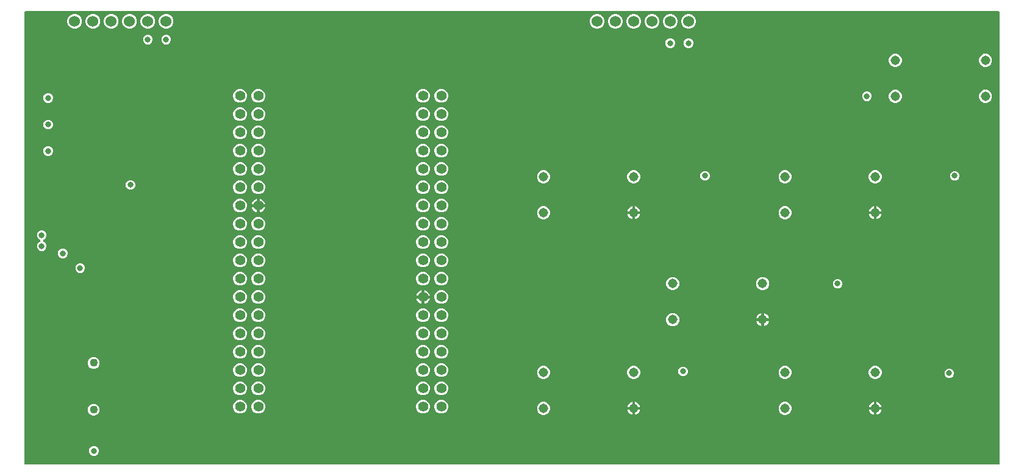
<source format=gbr>
G04 EAGLE Gerber X2 export*
%TF.Part,Single*%
%TF.FileFunction,Copper,L2,Inr,Mixed*%
%TF.FilePolarity,Positive*%
%TF.GenerationSoftware,Autodesk,EAGLE,8.7.1*%
%TF.CreationDate,2018-04-20T19:54:14Z*%
G75*
%MOMM*%
%FSLAX34Y34*%
%LPD*%
%AMOC8*
5,1,8,0,0,1.08239X$1,22.5*%
G01*
%ADD10C,1.308000*%
%ADD11C,1.524000*%
%ADD12C,1.397000*%
%ADD13C,1.108000*%
%ADD14C,0.812800*%

G36*
X1595821Y2548D02*
X1595821Y2548D01*
X1595888Y2545D01*
X1596015Y2567D01*
X1596143Y2581D01*
X1596206Y2601D01*
X1596272Y2612D01*
X1596391Y2660D01*
X1596514Y2699D01*
X1596572Y2731D01*
X1596634Y2756D01*
X1596741Y2827D01*
X1596854Y2890D01*
X1596904Y2934D01*
X1596960Y2970D01*
X1597051Y3061D01*
X1597148Y3146D01*
X1597188Y3199D01*
X1597235Y3246D01*
X1597305Y3354D01*
X1597383Y3457D01*
X1597411Y3517D01*
X1597448Y3573D01*
X1597495Y3693D01*
X1597550Y3809D01*
X1597566Y3874D01*
X1597590Y3936D01*
X1597602Y4022D01*
X1597642Y4188D01*
X1597647Y4358D01*
X1597659Y4445D01*
X1597659Y630555D01*
X1597652Y630621D01*
X1597655Y630688D01*
X1597633Y630815D01*
X1597619Y630943D01*
X1597599Y631006D01*
X1597588Y631072D01*
X1597540Y631191D01*
X1597501Y631314D01*
X1597469Y631372D01*
X1597444Y631434D01*
X1597373Y631541D01*
X1597310Y631654D01*
X1597266Y631704D01*
X1597230Y631760D01*
X1597139Y631851D01*
X1597054Y631948D01*
X1597001Y631988D01*
X1596954Y632035D01*
X1596846Y632105D01*
X1596743Y632183D01*
X1596683Y632211D01*
X1596627Y632248D01*
X1596507Y632295D01*
X1596391Y632350D01*
X1596326Y632366D01*
X1596264Y632390D01*
X1596178Y632402D01*
X1596012Y632442D01*
X1595842Y632447D01*
X1595755Y632459D01*
X245745Y632459D01*
X245679Y632452D01*
X245612Y632455D01*
X245485Y632433D01*
X245357Y632419D01*
X245294Y632399D01*
X245228Y632388D01*
X245109Y632340D01*
X244986Y632301D01*
X244928Y632269D01*
X244866Y632244D01*
X244759Y632173D01*
X244646Y632110D01*
X244596Y632066D01*
X244540Y632030D01*
X244449Y631939D01*
X244352Y631854D01*
X244312Y631801D01*
X244265Y631754D01*
X244195Y631646D01*
X244117Y631543D01*
X244089Y631483D01*
X244052Y631427D01*
X244005Y631307D01*
X243950Y631191D01*
X243934Y631126D01*
X243910Y631064D01*
X243898Y630978D01*
X243858Y630812D01*
X243853Y630642D01*
X243841Y630555D01*
X243841Y4445D01*
X243848Y4379D01*
X243845Y4312D01*
X243867Y4185D01*
X243881Y4057D01*
X243901Y3994D01*
X243912Y3928D01*
X243960Y3809D01*
X243999Y3686D01*
X244031Y3628D01*
X244056Y3566D01*
X244127Y3459D01*
X244190Y3346D01*
X244234Y3296D01*
X244270Y3240D01*
X244361Y3149D01*
X244446Y3052D01*
X244499Y3012D01*
X244546Y2965D01*
X244654Y2895D01*
X244757Y2817D01*
X244817Y2789D01*
X244873Y2752D01*
X244993Y2705D01*
X245109Y2650D01*
X245174Y2634D01*
X245236Y2610D01*
X245322Y2598D01*
X245488Y2558D01*
X245658Y2553D01*
X245745Y2541D01*
X1595755Y2541D01*
X1595821Y2548D01*
G37*
%LPC*%
G36*
X1036839Y608329D02*
X1036839Y608329D01*
X1033104Y609876D01*
X1030246Y612734D01*
X1028699Y616469D01*
X1028699Y620511D01*
X1030246Y624246D01*
X1033104Y627104D01*
X1036839Y628651D01*
X1040881Y628651D01*
X1044616Y627104D01*
X1047474Y624246D01*
X1049021Y620511D01*
X1049021Y616469D01*
X1047474Y612734D01*
X1044616Y609876D01*
X1040881Y608329D01*
X1036839Y608329D01*
G37*
%LPD*%
%LPC*%
G36*
X438669Y608329D02*
X438669Y608329D01*
X434934Y609876D01*
X432076Y612734D01*
X430529Y616469D01*
X430529Y620511D01*
X432076Y624246D01*
X434934Y627104D01*
X438669Y628651D01*
X442711Y628651D01*
X446446Y627104D01*
X449304Y624246D01*
X450851Y620511D01*
X450851Y616469D01*
X449304Y612734D01*
X446446Y609876D01*
X442711Y608329D01*
X438669Y608329D01*
G37*
%LPD*%
%LPC*%
G36*
X1163839Y608329D02*
X1163839Y608329D01*
X1160104Y609876D01*
X1157246Y612734D01*
X1155699Y616469D01*
X1155699Y620511D01*
X1157246Y624246D01*
X1160104Y627104D01*
X1163839Y628651D01*
X1167881Y628651D01*
X1171616Y627104D01*
X1174474Y624246D01*
X1176021Y620511D01*
X1176021Y616469D01*
X1174474Y612734D01*
X1171616Y609876D01*
X1167881Y608329D01*
X1163839Y608329D01*
G37*
%LPD*%
%LPC*%
G36*
X1138439Y608329D02*
X1138439Y608329D01*
X1134704Y609876D01*
X1131846Y612734D01*
X1130299Y616469D01*
X1130299Y620511D01*
X1131846Y624246D01*
X1134704Y627104D01*
X1138439Y628651D01*
X1142481Y628651D01*
X1146216Y627104D01*
X1149074Y624246D01*
X1150621Y620511D01*
X1150621Y616469D01*
X1149074Y612734D01*
X1146216Y609876D01*
X1142481Y608329D01*
X1138439Y608329D01*
G37*
%LPD*%
%LPC*%
G36*
X1113039Y608329D02*
X1113039Y608329D01*
X1109304Y609876D01*
X1106446Y612734D01*
X1104899Y616469D01*
X1104899Y620511D01*
X1106446Y624246D01*
X1109304Y627104D01*
X1113039Y628651D01*
X1117081Y628651D01*
X1120816Y627104D01*
X1123674Y624246D01*
X1125221Y620511D01*
X1125221Y616469D01*
X1123674Y612734D01*
X1120816Y609876D01*
X1117081Y608329D01*
X1113039Y608329D01*
G37*
%LPD*%
%LPC*%
G36*
X1087639Y608329D02*
X1087639Y608329D01*
X1083904Y609876D01*
X1081046Y612734D01*
X1079499Y616469D01*
X1079499Y620511D01*
X1081046Y624246D01*
X1083904Y627104D01*
X1087639Y628651D01*
X1091681Y628651D01*
X1095416Y627104D01*
X1098274Y624246D01*
X1099821Y620511D01*
X1099821Y616469D01*
X1098274Y612734D01*
X1095416Y609876D01*
X1091681Y608329D01*
X1087639Y608329D01*
G37*
%LPD*%
%LPC*%
G36*
X1062239Y608329D02*
X1062239Y608329D01*
X1058504Y609876D01*
X1055646Y612734D01*
X1054099Y616469D01*
X1054099Y620511D01*
X1055646Y624246D01*
X1058504Y627104D01*
X1062239Y628651D01*
X1066281Y628651D01*
X1070016Y627104D01*
X1072874Y624246D01*
X1074421Y620511D01*
X1074421Y616469D01*
X1072874Y612734D01*
X1070016Y609876D01*
X1066281Y608329D01*
X1062239Y608329D01*
G37*
%LPD*%
%LPC*%
G36*
X337069Y608329D02*
X337069Y608329D01*
X333334Y609876D01*
X330476Y612734D01*
X328929Y616469D01*
X328929Y620511D01*
X330476Y624246D01*
X333334Y627104D01*
X337069Y628651D01*
X341111Y628651D01*
X344846Y627104D01*
X347704Y624246D01*
X349251Y620511D01*
X349251Y616469D01*
X347704Y612734D01*
X344846Y609876D01*
X341111Y608329D01*
X337069Y608329D01*
G37*
%LPD*%
%LPC*%
G36*
X311669Y608329D02*
X311669Y608329D01*
X307934Y609876D01*
X305076Y612734D01*
X303529Y616469D01*
X303529Y620511D01*
X305076Y624246D01*
X307934Y627104D01*
X311669Y628651D01*
X315711Y628651D01*
X319446Y627104D01*
X322304Y624246D01*
X323851Y620511D01*
X323851Y616469D01*
X322304Y612734D01*
X319446Y609876D01*
X315711Y608329D01*
X311669Y608329D01*
G37*
%LPD*%
%LPC*%
G36*
X413269Y608329D02*
X413269Y608329D01*
X409534Y609876D01*
X406676Y612734D01*
X405129Y616469D01*
X405129Y620511D01*
X406676Y624246D01*
X409534Y627104D01*
X413269Y628651D01*
X417311Y628651D01*
X421046Y627104D01*
X423904Y624246D01*
X425451Y620511D01*
X425451Y616469D01*
X423904Y612734D01*
X421046Y609876D01*
X417311Y608329D01*
X413269Y608329D01*
G37*
%LPD*%
%LPC*%
G36*
X387869Y608329D02*
X387869Y608329D01*
X384134Y609876D01*
X381276Y612734D01*
X379729Y616469D01*
X379729Y620511D01*
X381276Y624246D01*
X384134Y627104D01*
X387869Y628651D01*
X391911Y628651D01*
X395646Y627104D01*
X398504Y624246D01*
X400051Y620511D01*
X400051Y616469D01*
X398504Y612734D01*
X395646Y609876D01*
X391911Y608329D01*
X387869Y608329D01*
G37*
%LPD*%
%LPC*%
G36*
X362469Y608329D02*
X362469Y608329D01*
X358734Y609876D01*
X355876Y612734D01*
X354329Y616469D01*
X354329Y620511D01*
X355876Y624246D01*
X358734Y627104D01*
X362469Y628651D01*
X366511Y628651D01*
X370246Y627104D01*
X373104Y624246D01*
X374651Y620511D01*
X374651Y616469D01*
X373104Y612734D01*
X370246Y609876D01*
X366511Y608329D01*
X362469Y608329D01*
G37*
%LPD*%
%LPC*%
G36*
X820805Y276814D02*
X820805Y276814D01*
X817304Y278264D01*
X814624Y280944D01*
X813174Y284445D01*
X813174Y288235D01*
X814624Y291736D01*
X817304Y294416D01*
X820805Y295866D01*
X824595Y295866D01*
X828096Y294416D01*
X830776Y291736D01*
X832226Y288235D01*
X832226Y284445D01*
X830776Y280944D01*
X828096Y278264D01*
X824595Y276814D01*
X820805Y276814D01*
G37*
%LPD*%
%LPC*%
G36*
X541405Y276814D02*
X541405Y276814D01*
X537904Y278264D01*
X535224Y280944D01*
X533774Y284445D01*
X533774Y288235D01*
X535224Y291736D01*
X537904Y294416D01*
X541405Y295866D01*
X545195Y295866D01*
X548696Y294416D01*
X551376Y291736D01*
X552826Y288235D01*
X552826Y284445D01*
X551376Y280944D01*
X548696Y278264D01*
X545195Y276814D01*
X541405Y276814D01*
G37*
%LPD*%
%LPC*%
G36*
X566805Y251414D02*
X566805Y251414D01*
X563304Y252864D01*
X560624Y255544D01*
X559174Y259045D01*
X559174Y262835D01*
X560624Y266336D01*
X563304Y269016D01*
X566805Y270466D01*
X570595Y270466D01*
X574096Y269016D01*
X576776Y266336D01*
X578226Y262835D01*
X578226Y259045D01*
X576776Y255544D01*
X574096Y252864D01*
X570595Y251414D01*
X566805Y251414D01*
G37*
%LPD*%
%LPC*%
G36*
X541405Y251414D02*
X541405Y251414D01*
X537904Y252864D01*
X535224Y255544D01*
X533774Y259045D01*
X533774Y262835D01*
X535224Y266336D01*
X537904Y269016D01*
X541405Y270466D01*
X545195Y270466D01*
X548696Y269016D01*
X551376Y266336D01*
X552826Y262835D01*
X552826Y259045D01*
X551376Y255544D01*
X548696Y252864D01*
X545195Y251414D01*
X541405Y251414D01*
G37*
%LPD*%
%LPC*%
G36*
X820805Y251414D02*
X820805Y251414D01*
X817304Y252864D01*
X814624Y255544D01*
X813174Y259045D01*
X813174Y262835D01*
X814624Y266336D01*
X817304Y269016D01*
X820805Y270466D01*
X824595Y270466D01*
X828096Y269016D01*
X830776Y266336D01*
X832226Y262835D01*
X832226Y259045D01*
X830776Y255544D01*
X828096Y252864D01*
X824595Y251414D01*
X820805Y251414D01*
G37*
%LPD*%
%LPC*%
G36*
X820805Y429214D02*
X820805Y429214D01*
X817304Y430664D01*
X814624Y433344D01*
X813174Y436845D01*
X813174Y440635D01*
X814624Y444136D01*
X817304Y446816D01*
X820805Y448266D01*
X824595Y448266D01*
X828096Y446816D01*
X830776Y444136D01*
X832226Y440635D01*
X832226Y436845D01*
X830776Y433344D01*
X828096Y430664D01*
X824595Y429214D01*
X820805Y429214D01*
G37*
%LPD*%
%LPC*%
G36*
X820805Y505414D02*
X820805Y505414D01*
X817304Y506864D01*
X814624Y509544D01*
X813174Y513045D01*
X813174Y516835D01*
X814624Y520336D01*
X817304Y523016D01*
X820805Y524466D01*
X824595Y524466D01*
X828096Y523016D01*
X830776Y520336D01*
X832226Y516835D01*
X832226Y513045D01*
X830776Y509544D01*
X828096Y506864D01*
X824595Y505414D01*
X820805Y505414D01*
G37*
%LPD*%
%LPC*%
G36*
X795405Y505414D02*
X795405Y505414D01*
X791904Y506864D01*
X789224Y509544D01*
X787774Y513045D01*
X787774Y516835D01*
X789224Y520336D01*
X791904Y523016D01*
X795405Y524466D01*
X799195Y524466D01*
X802696Y523016D01*
X805376Y520336D01*
X806826Y516835D01*
X806826Y513045D01*
X805376Y509544D01*
X802696Y506864D01*
X799195Y505414D01*
X795405Y505414D01*
G37*
%LPD*%
%LPC*%
G36*
X566805Y505414D02*
X566805Y505414D01*
X563304Y506864D01*
X560624Y509544D01*
X559174Y513045D01*
X559174Y516835D01*
X560624Y520336D01*
X563304Y523016D01*
X566805Y524466D01*
X570595Y524466D01*
X574096Y523016D01*
X576776Y520336D01*
X578226Y516835D01*
X578226Y513045D01*
X576776Y509544D01*
X574096Y506864D01*
X570595Y505414D01*
X566805Y505414D01*
G37*
%LPD*%
%LPC*%
G36*
X541405Y505414D02*
X541405Y505414D01*
X537904Y506864D01*
X535224Y509544D01*
X533774Y513045D01*
X533774Y516835D01*
X535224Y520336D01*
X537904Y523016D01*
X541405Y524466D01*
X545195Y524466D01*
X548696Y523016D01*
X551376Y520336D01*
X552826Y516835D01*
X552826Y513045D01*
X551376Y509544D01*
X548696Y506864D01*
X545195Y505414D01*
X541405Y505414D01*
G37*
%LPD*%
%LPC*%
G36*
X795405Y251414D02*
X795405Y251414D01*
X791904Y252864D01*
X789224Y255544D01*
X787774Y259045D01*
X787774Y262835D01*
X789224Y266336D01*
X791904Y269016D01*
X795405Y270466D01*
X799195Y270466D01*
X802696Y269016D01*
X805376Y266336D01*
X806826Y262835D01*
X806826Y259045D01*
X805376Y255544D01*
X802696Y252864D01*
X799195Y251414D01*
X795405Y251414D01*
G37*
%LPD*%
%LPC*%
G36*
X820805Y226014D02*
X820805Y226014D01*
X817304Y227464D01*
X814624Y230144D01*
X813174Y233645D01*
X813174Y237435D01*
X814624Y240936D01*
X817304Y243616D01*
X820805Y245066D01*
X824595Y245066D01*
X828096Y243616D01*
X830776Y240936D01*
X832226Y237435D01*
X832226Y233645D01*
X830776Y230144D01*
X828096Y227464D01*
X824595Y226014D01*
X820805Y226014D01*
G37*
%LPD*%
%LPC*%
G36*
X566805Y226014D02*
X566805Y226014D01*
X563304Y227464D01*
X560624Y230144D01*
X559174Y233645D01*
X559174Y237435D01*
X560624Y240936D01*
X563304Y243616D01*
X566805Y245066D01*
X570595Y245066D01*
X574096Y243616D01*
X576776Y240936D01*
X578226Y237435D01*
X578226Y233645D01*
X576776Y230144D01*
X574096Y227464D01*
X570595Y226014D01*
X566805Y226014D01*
G37*
%LPD*%
%LPC*%
G36*
X541405Y226014D02*
X541405Y226014D01*
X537904Y227464D01*
X535224Y230144D01*
X533774Y233645D01*
X533774Y237435D01*
X535224Y240936D01*
X537904Y243616D01*
X541405Y245066D01*
X545195Y245066D01*
X548696Y243616D01*
X551376Y240936D01*
X552826Y237435D01*
X552826Y233645D01*
X551376Y230144D01*
X548696Y227464D01*
X545195Y226014D01*
X541405Y226014D01*
G37*
%LPD*%
%LPC*%
G36*
X820805Y480014D02*
X820805Y480014D01*
X817304Y481464D01*
X814624Y484144D01*
X813174Y487645D01*
X813174Y491435D01*
X814624Y494936D01*
X817304Y497616D01*
X820805Y499066D01*
X824595Y499066D01*
X828096Y497616D01*
X830776Y494936D01*
X832226Y491435D01*
X832226Y487645D01*
X830776Y484144D01*
X828096Y481464D01*
X824595Y480014D01*
X820805Y480014D01*
G37*
%LPD*%
%LPC*%
G36*
X795405Y480014D02*
X795405Y480014D01*
X791904Y481464D01*
X789224Y484144D01*
X787774Y487645D01*
X787774Y491435D01*
X789224Y494936D01*
X791904Y497616D01*
X795405Y499066D01*
X799195Y499066D01*
X802696Y497616D01*
X805376Y494936D01*
X806826Y491435D01*
X806826Y487645D01*
X805376Y484144D01*
X802696Y481464D01*
X799195Y480014D01*
X795405Y480014D01*
G37*
%LPD*%
%LPC*%
G36*
X566805Y480014D02*
X566805Y480014D01*
X563304Y481464D01*
X560624Y484144D01*
X559174Y487645D01*
X559174Y491435D01*
X560624Y494936D01*
X563304Y497616D01*
X566805Y499066D01*
X570595Y499066D01*
X574096Y497616D01*
X576776Y494936D01*
X578226Y491435D01*
X578226Y487645D01*
X576776Y484144D01*
X574096Y481464D01*
X570595Y480014D01*
X566805Y480014D01*
G37*
%LPD*%
%LPC*%
G36*
X541405Y480014D02*
X541405Y480014D01*
X537904Y481464D01*
X535224Y484144D01*
X533774Y487645D01*
X533774Y491435D01*
X535224Y494936D01*
X537904Y497616D01*
X541405Y499066D01*
X545195Y499066D01*
X548696Y497616D01*
X551376Y494936D01*
X552826Y491435D01*
X552826Y487645D01*
X551376Y484144D01*
X548696Y481464D01*
X545195Y480014D01*
X541405Y480014D01*
G37*
%LPD*%
%LPC*%
G36*
X820805Y200614D02*
X820805Y200614D01*
X817304Y202064D01*
X814624Y204744D01*
X813174Y208245D01*
X813174Y212035D01*
X814624Y215536D01*
X817304Y218216D01*
X820805Y219666D01*
X824595Y219666D01*
X828096Y218216D01*
X830776Y215536D01*
X832226Y212035D01*
X832226Y208245D01*
X830776Y204744D01*
X828096Y202064D01*
X824595Y200614D01*
X820805Y200614D01*
G37*
%LPD*%
%LPC*%
G36*
X566805Y454614D02*
X566805Y454614D01*
X563304Y456064D01*
X560624Y458744D01*
X559174Y462245D01*
X559174Y466035D01*
X560624Y469536D01*
X563304Y472216D01*
X566805Y473666D01*
X570595Y473666D01*
X574096Y472216D01*
X576776Y469536D01*
X578226Y466035D01*
X578226Y462245D01*
X576776Y458744D01*
X574096Y456064D01*
X570595Y454614D01*
X566805Y454614D01*
G37*
%LPD*%
%LPC*%
G36*
X541405Y454614D02*
X541405Y454614D01*
X537904Y456064D01*
X535224Y458744D01*
X533774Y462245D01*
X533774Y466035D01*
X535224Y469536D01*
X537904Y472216D01*
X541405Y473666D01*
X545195Y473666D01*
X548696Y472216D01*
X551376Y469536D01*
X552826Y466035D01*
X552826Y462245D01*
X551376Y458744D01*
X548696Y456064D01*
X545195Y454614D01*
X541405Y454614D01*
G37*
%LPD*%
%LPC*%
G36*
X820805Y454614D02*
X820805Y454614D01*
X817304Y456064D01*
X814624Y458744D01*
X813174Y462245D01*
X813174Y466035D01*
X814624Y469536D01*
X817304Y472216D01*
X820805Y473666D01*
X824595Y473666D01*
X828096Y472216D01*
X830776Y469536D01*
X832226Y466035D01*
X832226Y462245D01*
X830776Y458744D01*
X828096Y456064D01*
X824595Y454614D01*
X820805Y454614D01*
G37*
%LPD*%
%LPC*%
G36*
X795405Y454614D02*
X795405Y454614D01*
X791904Y456064D01*
X789224Y458744D01*
X787774Y462245D01*
X787774Y466035D01*
X789224Y469536D01*
X791904Y472216D01*
X795405Y473666D01*
X799195Y473666D01*
X802696Y472216D01*
X805376Y469536D01*
X806826Y466035D01*
X806826Y462245D01*
X805376Y458744D01*
X802696Y456064D01*
X799195Y454614D01*
X795405Y454614D01*
G37*
%LPD*%
%LPC*%
G36*
X795405Y200614D02*
X795405Y200614D01*
X791904Y202064D01*
X789224Y204744D01*
X787774Y208245D01*
X787774Y212035D01*
X789224Y215536D01*
X791904Y218216D01*
X795405Y219666D01*
X799195Y219666D01*
X802696Y218216D01*
X805376Y215536D01*
X806826Y212035D01*
X806826Y208245D01*
X805376Y204744D01*
X802696Y202064D01*
X799195Y200614D01*
X795405Y200614D01*
G37*
%LPD*%
%LPC*%
G36*
X795405Y429214D02*
X795405Y429214D01*
X791904Y430664D01*
X789224Y433344D01*
X787774Y436845D01*
X787774Y440635D01*
X789224Y444136D01*
X791904Y446816D01*
X795405Y448266D01*
X799195Y448266D01*
X802696Y446816D01*
X805376Y444136D01*
X806826Y440635D01*
X806826Y436845D01*
X805376Y433344D01*
X802696Y430664D01*
X799195Y429214D01*
X795405Y429214D01*
G37*
%LPD*%
%LPC*%
G36*
X566805Y429214D02*
X566805Y429214D01*
X563304Y430664D01*
X560624Y433344D01*
X559174Y436845D01*
X559174Y440635D01*
X560624Y444136D01*
X563304Y446816D01*
X566805Y448266D01*
X570595Y448266D01*
X574096Y446816D01*
X576776Y444136D01*
X578226Y440635D01*
X578226Y436845D01*
X576776Y433344D01*
X574096Y430664D01*
X570595Y429214D01*
X566805Y429214D01*
G37*
%LPD*%
%LPC*%
G36*
X541405Y429214D02*
X541405Y429214D01*
X537904Y430664D01*
X535224Y433344D01*
X533774Y436845D01*
X533774Y440635D01*
X535224Y444136D01*
X537904Y446816D01*
X541405Y448266D01*
X545195Y448266D01*
X548696Y446816D01*
X551376Y444136D01*
X552826Y440635D01*
X552826Y436845D01*
X551376Y433344D01*
X548696Y430664D01*
X545195Y429214D01*
X541405Y429214D01*
G37*
%LPD*%
%LPC*%
G36*
X566805Y200614D02*
X566805Y200614D01*
X563304Y202064D01*
X560624Y204744D01*
X559174Y208245D01*
X559174Y212035D01*
X560624Y215536D01*
X563304Y218216D01*
X566805Y219666D01*
X570595Y219666D01*
X574096Y218216D01*
X576776Y215536D01*
X578226Y212035D01*
X578226Y208245D01*
X576776Y204744D01*
X574096Y202064D01*
X570595Y200614D01*
X566805Y200614D01*
G37*
%LPD*%
%LPC*%
G36*
X820805Y403814D02*
X820805Y403814D01*
X817304Y405264D01*
X814624Y407944D01*
X813174Y411445D01*
X813174Y415235D01*
X814624Y418736D01*
X817304Y421416D01*
X820805Y422866D01*
X824595Y422866D01*
X828096Y421416D01*
X830776Y418736D01*
X832226Y415235D01*
X832226Y411445D01*
X830776Y407944D01*
X828096Y405264D01*
X824595Y403814D01*
X820805Y403814D01*
G37*
%LPD*%
%LPC*%
G36*
X795405Y403814D02*
X795405Y403814D01*
X791904Y405264D01*
X789224Y407944D01*
X787774Y411445D01*
X787774Y415235D01*
X789224Y418736D01*
X791904Y421416D01*
X795405Y422866D01*
X799195Y422866D01*
X802696Y421416D01*
X805376Y418736D01*
X806826Y415235D01*
X806826Y411445D01*
X805376Y407944D01*
X802696Y405264D01*
X799195Y403814D01*
X795405Y403814D01*
G37*
%LPD*%
%LPC*%
G36*
X566805Y403814D02*
X566805Y403814D01*
X563304Y405264D01*
X560624Y407944D01*
X559174Y411445D01*
X559174Y415235D01*
X560624Y418736D01*
X563304Y421416D01*
X566805Y422866D01*
X570595Y422866D01*
X574096Y421416D01*
X576776Y418736D01*
X578226Y415235D01*
X578226Y411445D01*
X576776Y407944D01*
X574096Y405264D01*
X570595Y403814D01*
X566805Y403814D01*
G37*
%LPD*%
%LPC*%
G36*
X541405Y403814D02*
X541405Y403814D01*
X537904Y405264D01*
X535224Y407944D01*
X533774Y411445D01*
X533774Y415235D01*
X535224Y418736D01*
X537904Y421416D01*
X541405Y422866D01*
X545195Y422866D01*
X548696Y421416D01*
X551376Y418736D01*
X552826Y415235D01*
X552826Y411445D01*
X551376Y407944D01*
X548696Y405264D01*
X545195Y403814D01*
X541405Y403814D01*
G37*
%LPD*%
%LPC*%
G36*
X541405Y200614D02*
X541405Y200614D01*
X537904Y202064D01*
X535224Y204744D01*
X533774Y208245D01*
X533774Y212035D01*
X535224Y215536D01*
X537904Y218216D01*
X541405Y219666D01*
X545195Y219666D01*
X548696Y218216D01*
X551376Y215536D01*
X552826Y212035D01*
X552826Y208245D01*
X551376Y204744D01*
X548696Y202064D01*
X545195Y200614D01*
X541405Y200614D01*
G37*
%LPD*%
%LPC*%
G36*
X566805Y175214D02*
X566805Y175214D01*
X563304Y176664D01*
X560624Y179344D01*
X559174Y182845D01*
X559174Y186635D01*
X560624Y190136D01*
X563304Y192816D01*
X566805Y194266D01*
X570595Y194266D01*
X574096Y192816D01*
X576776Y190136D01*
X578226Y186635D01*
X578226Y182845D01*
X576776Y179344D01*
X574096Y176664D01*
X570595Y175214D01*
X566805Y175214D01*
G37*
%LPD*%
%LPC*%
G36*
X541405Y175214D02*
X541405Y175214D01*
X537904Y176664D01*
X535224Y179344D01*
X533774Y182845D01*
X533774Y186635D01*
X535224Y190136D01*
X537904Y192816D01*
X541405Y194266D01*
X545195Y194266D01*
X548696Y192816D01*
X551376Y190136D01*
X552826Y186635D01*
X552826Y182845D01*
X551376Y179344D01*
X548696Y176664D01*
X545195Y175214D01*
X541405Y175214D01*
G37*
%LPD*%
%LPC*%
G36*
X820805Y175214D02*
X820805Y175214D01*
X817304Y176664D01*
X814624Y179344D01*
X813174Y182845D01*
X813174Y186635D01*
X814624Y190136D01*
X817304Y192816D01*
X820805Y194266D01*
X824595Y194266D01*
X828096Y192816D01*
X830776Y190136D01*
X832226Y186635D01*
X832226Y182845D01*
X830776Y179344D01*
X828096Y176664D01*
X824595Y175214D01*
X820805Y175214D01*
G37*
%LPD*%
%LPC*%
G36*
X795405Y175214D02*
X795405Y175214D01*
X791904Y176664D01*
X789224Y179344D01*
X787774Y182845D01*
X787774Y186635D01*
X789224Y190136D01*
X791904Y192816D01*
X795405Y194266D01*
X799195Y194266D01*
X802696Y192816D01*
X805376Y190136D01*
X806826Y186635D01*
X806826Y182845D01*
X805376Y179344D01*
X802696Y176664D01*
X799195Y175214D01*
X795405Y175214D01*
G37*
%LPD*%
%LPC*%
G36*
X820805Y149814D02*
X820805Y149814D01*
X817304Y151264D01*
X814624Y153944D01*
X813174Y157445D01*
X813174Y161235D01*
X814624Y164736D01*
X817304Y167416D01*
X820805Y168866D01*
X824595Y168866D01*
X828096Y167416D01*
X830776Y164736D01*
X832226Y161235D01*
X832226Y157445D01*
X830776Y153944D01*
X828096Y151264D01*
X824595Y149814D01*
X820805Y149814D01*
G37*
%LPD*%
%LPC*%
G36*
X795405Y149814D02*
X795405Y149814D01*
X791904Y151264D01*
X789224Y153944D01*
X787774Y157445D01*
X787774Y161235D01*
X789224Y164736D01*
X791904Y167416D01*
X795405Y168866D01*
X799195Y168866D01*
X802696Y167416D01*
X805376Y164736D01*
X806826Y161235D01*
X806826Y157445D01*
X805376Y153944D01*
X802696Y151264D01*
X799195Y149814D01*
X795405Y149814D01*
G37*
%LPD*%
%LPC*%
G36*
X566805Y378414D02*
X566805Y378414D01*
X563304Y379864D01*
X560624Y382544D01*
X559174Y386045D01*
X559174Y389835D01*
X560624Y393336D01*
X563304Y396016D01*
X566805Y397466D01*
X570595Y397466D01*
X574096Y396016D01*
X576776Y393336D01*
X578226Y389835D01*
X578226Y386045D01*
X576776Y382544D01*
X574096Y379864D01*
X570595Y378414D01*
X566805Y378414D01*
G37*
%LPD*%
%LPC*%
G36*
X541405Y378414D02*
X541405Y378414D01*
X537904Y379864D01*
X535224Y382544D01*
X533774Y386045D01*
X533774Y389835D01*
X535224Y393336D01*
X537904Y396016D01*
X541405Y397466D01*
X545195Y397466D01*
X548696Y396016D01*
X551376Y393336D01*
X552826Y389835D01*
X552826Y386045D01*
X551376Y382544D01*
X548696Y379864D01*
X545195Y378414D01*
X541405Y378414D01*
G37*
%LPD*%
%LPC*%
G36*
X820805Y378414D02*
X820805Y378414D01*
X817304Y379864D01*
X814624Y382544D01*
X813174Y386045D01*
X813174Y389835D01*
X814624Y393336D01*
X817304Y396016D01*
X820805Y397466D01*
X824595Y397466D01*
X828096Y396016D01*
X830776Y393336D01*
X832226Y389835D01*
X832226Y386045D01*
X830776Y382544D01*
X828096Y379864D01*
X824595Y378414D01*
X820805Y378414D01*
G37*
%LPD*%
%LPC*%
G36*
X795405Y378414D02*
X795405Y378414D01*
X791904Y379864D01*
X789224Y382544D01*
X787774Y386045D01*
X787774Y389835D01*
X789224Y393336D01*
X791904Y396016D01*
X795405Y397466D01*
X799195Y397466D01*
X802696Y396016D01*
X805376Y393336D01*
X806826Y389835D01*
X806826Y386045D01*
X805376Y382544D01*
X802696Y379864D01*
X799195Y378414D01*
X795405Y378414D01*
G37*
%LPD*%
%LPC*%
G36*
X820805Y353014D02*
X820805Y353014D01*
X817304Y354464D01*
X814624Y357144D01*
X813174Y360645D01*
X813174Y364435D01*
X814624Y367936D01*
X817304Y370616D01*
X820805Y372066D01*
X824595Y372066D01*
X828096Y370616D01*
X830776Y367936D01*
X832226Y364435D01*
X832226Y360645D01*
X830776Y357144D01*
X828096Y354464D01*
X824595Y353014D01*
X820805Y353014D01*
G37*
%LPD*%
%LPC*%
G36*
X795405Y353014D02*
X795405Y353014D01*
X791904Y354464D01*
X789224Y357144D01*
X787774Y360645D01*
X787774Y364435D01*
X789224Y367936D01*
X791904Y370616D01*
X795405Y372066D01*
X799195Y372066D01*
X802696Y370616D01*
X805376Y367936D01*
X806826Y364435D01*
X806826Y360645D01*
X805376Y357144D01*
X802696Y354464D01*
X799195Y353014D01*
X795405Y353014D01*
G37*
%LPD*%
%LPC*%
G36*
X541405Y353014D02*
X541405Y353014D01*
X537904Y354464D01*
X535224Y357144D01*
X533774Y360645D01*
X533774Y364435D01*
X535224Y367936D01*
X537904Y370616D01*
X541405Y372066D01*
X545195Y372066D01*
X548696Y370616D01*
X551376Y367936D01*
X552826Y364435D01*
X552826Y360645D01*
X551376Y357144D01*
X548696Y354464D01*
X545195Y353014D01*
X541405Y353014D01*
G37*
%LPD*%
%LPC*%
G36*
X566805Y149814D02*
X566805Y149814D01*
X563304Y151264D01*
X560624Y153944D01*
X559174Y157445D01*
X559174Y161235D01*
X560624Y164736D01*
X563304Y167416D01*
X566805Y168866D01*
X570595Y168866D01*
X574096Y167416D01*
X576776Y164736D01*
X578226Y161235D01*
X578226Y157445D01*
X576776Y153944D01*
X574096Y151264D01*
X570595Y149814D01*
X566805Y149814D01*
G37*
%LPD*%
%LPC*%
G36*
X541405Y149814D02*
X541405Y149814D01*
X537904Y151264D01*
X535224Y153944D01*
X533774Y157445D01*
X533774Y161235D01*
X535224Y164736D01*
X537904Y167416D01*
X541405Y168866D01*
X545195Y168866D01*
X548696Y167416D01*
X551376Y164736D01*
X552826Y161235D01*
X552826Y157445D01*
X551376Y153944D01*
X548696Y151264D01*
X545195Y149814D01*
X541405Y149814D01*
G37*
%LPD*%
%LPC*%
G36*
X820805Y124414D02*
X820805Y124414D01*
X817304Y125864D01*
X814624Y128544D01*
X813174Y132045D01*
X813174Y135835D01*
X814624Y139336D01*
X817304Y142016D01*
X820805Y143466D01*
X824595Y143466D01*
X828096Y142016D01*
X830776Y139336D01*
X832226Y135835D01*
X832226Y132045D01*
X830776Y128544D01*
X828096Y125864D01*
X824595Y124414D01*
X820805Y124414D01*
G37*
%LPD*%
%LPC*%
G36*
X795405Y124414D02*
X795405Y124414D01*
X791904Y125864D01*
X789224Y128544D01*
X787774Y132045D01*
X787774Y135835D01*
X789224Y139336D01*
X791904Y142016D01*
X795405Y143466D01*
X799195Y143466D01*
X802696Y142016D01*
X805376Y139336D01*
X806826Y135835D01*
X806826Y132045D01*
X805376Y128544D01*
X802696Y125864D01*
X799195Y124414D01*
X795405Y124414D01*
G37*
%LPD*%
%LPC*%
G36*
X566805Y124414D02*
X566805Y124414D01*
X563304Y125864D01*
X560624Y128544D01*
X559174Y132045D01*
X559174Y135835D01*
X560624Y139336D01*
X563304Y142016D01*
X566805Y143466D01*
X570595Y143466D01*
X574096Y142016D01*
X576776Y139336D01*
X578226Y135835D01*
X578226Y132045D01*
X576776Y128544D01*
X574096Y125864D01*
X570595Y124414D01*
X566805Y124414D01*
G37*
%LPD*%
%LPC*%
G36*
X541405Y124414D02*
X541405Y124414D01*
X537904Y125864D01*
X535224Y128544D01*
X533774Y132045D01*
X533774Y135835D01*
X535224Y139336D01*
X537904Y142016D01*
X541405Y143466D01*
X545195Y143466D01*
X548696Y142016D01*
X551376Y139336D01*
X552826Y135835D01*
X552826Y132045D01*
X551376Y128544D01*
X548696Y125864D01*
X545195Y124414D01*
X541405Y124414D01*
G37*
%LPD*%
%LPC*%
G36*
X795405Y99014D02*
X795405Y99014D01*
X791904Y100464D01*
X789224Y103144D01*
X787774Y106645D01*
X787774Y110435D01*
X789224Y113936D01*
X791904Y116616D01*
X795405Y118066D01*
X799195Y118066D01*
X802696Y116616D01*
X805376Y113936D01*
X806826Y110435D01*
X806826Y106645D01*
X805376Y103144D01*
X802696Y100464D01*
X799195Y99014D01*
X795405Y99014D01*
G37*
%LPD*%
%LPC*%
G36*
X566805Y99014D02*
X566805Y99014D01*
X563304Y100464D01*
X560624Y103144D01*
X559174Y106645D01*
X559174Y110435D01*
X560624Y113936D01*
X563304Y116616D01*
X566805Y118066D01*
X570595Y118066D01*
X574096Y116616D01*
X576776Y113936D01*
X578226Y110435D01*
X578226Y106645D01*
X576776Y103144D01*
X574096Y100464D01*
X570595Y99014D01*
X566805Y99014D01*
G37*
%LPD*%
%LPC*%
G36*
X820805Y99014D02*
X820805Y99014D01*
X817304Y100464D01*
X814624Y103144D01*
X813174Y106645D01*
X813174Y110435D01*
X814624Y113936D01*
X817304Y116616D01*
X820805Y118066D01*
X824595Y118066D01*
X828096Y116616D01*
X830776Y113936D01*
X832226Y110435D01*
X832226Y106645D01*
X830776Y103144D01*
X828096Y100464D01*
X824595Y99014D01*
X820805Y99014D01*
G37*
%LPD*%
%LPC*%
G36*
X541405Y99014D02*
X541405Y99014D01*
X537904Y100464D01*
X535224Y103144D01*
X533774Y106645D01*
X533774Y110435D01*
X535224Y113936D01*
X537904Y116616D01*
X541405Y118066D01*
X545195Y118066D01*
X548696Y116616D01*
X551376Y113936D01*
X552826Y110435D01*
X552826Y106645D01*
X551376Y103144D01*
X548696Y100464D01*
X545195Y99014D01*
X541405Y99014D01*
G37*
%LPD*%
%LPC*%
G36*
X820805Y73614D02*
X820805Y73614D01*
X817304Y75064D01*
X814624Y77744D01*
X813174Y81245D01*
X813174Y85035D01*
X814624Y88536D01*
X817304Y91216D01*
X820805Y92666D01*
X824595Y92666D01*
X828096Y91216D01*
X830776Y88536D01*
X832226Y85035D01*
X832226Y81245D01*
X830776Y77744D01*
X828096Y75064D01*
X824595Y73614D01*
X820805Y73614D01*
G37*
%LPD*%
%LPC*%
G36*
X795405Y73614D02*
X795405Y73614D01*
X791904Y75064D01*
X789224Y77744D01*
X787774Y81245D01*
X787774Y85035D01*
X789224Y88536D01*
X791904Y91216D01*
X795405Y92666D01*
X799195Y92666D01*
X802696Y91216D01*
X805376Y88536D01*
X806826Y85035D01*
X806826Y81245D01*
X805376Y77744D01*
X802696Y75064D01*
X799195Y73614D01*
X795405Y73614D01*
G37*
%LPD*%
%LPC*%
G36*
X566805Y73614D02*
X566805Y73614D01*
X563304Y75064D01*
X560624Y77744D01*
X559174Y81245D01*
X559174Y85035D01*
X560624Y88536D01*
X563304Y91216D01*
X566805Y92666D01*
X570595Y92666D01*
X574096Y91216D01*
X576776Y88536D01*
X578226Y85035D01*
X578226Y81245D01*
X576776Y77744D01*
X574096Y75064D01*
X570595Y73614D01*
X566805Y73614D01*
G37*
%LPD*%
%LPC*%
G36*
X541405Y73614D02*
X541405Y73614D01*
X537904Y75064D01*
X535224Y77744D01*
X533774Y81245D01*
X533774Y85035D01*
X535224Y88536D01*
X537904Y91216D01*
X541405Y92666D01*
X545195Y92666D01*
X548696Y91216D01*
X551376Y88536D01*
X552826Y85035D01*
X552826Y81245D01*
X551376Y77744D01*
X548696Y75064D01*
X545195Y73614D01*
X541405Y73614D01*
G37*
%LPD*%
%LPC*%
G36*
X566805Y327614D02*
X566805Y327614D01*
X563304Y329064D01*
X560624Y331744D01*
X559174Y335245D01*
X559174Y339035D01*
X560624Y342536D01*
X563304Y345216D01*
X566805Y346666D01*
X570595Y346666D01*
X574096Y345216D01*
X576776Y342536D01*
X578226Y339035D01*
X578226Y335245D01*
X576776Y331744D01*
X574096Y329064D01*
X570595Y327614D01*
X566805Y327614D01*
G37*
%LPD*%
%LPC*%
G36*
X541405Y327614D02*
X541405Y327614D01*
X537904Y329064D01*
X535224Y331744D01*
X533774Y335245D01*
X533774Y339035D01*
X535224Y342536D01*
X537904Y345216D01*
X541405Y346666D01*
X545195Y346666D01*
X548696Y345216D01*
X551376Y342536D01*
X552826Y339035D01*
X552826Y335245D01*
X551376Y331744D01*
X548696Y329064D01*
X545195Y327614D01*
X541405Y327614D01*
G37*
%LPD*%
%LPC*%
G36*
X820805Y327614D02*
X820805Y327614D01*
X817304Y329064D01*
X814624Y331744D01*
X813174Y335245D01*
X813174Y339035D01*
X814624Y342536D01*
X817304Y345216D01*
X820805Y346666D01*
X824595Y346666D01*
X828096Y345216D01*
X830776Y342536D01*
X832226Y339035D01*
X832226Y335245D01*
X830776Y331744D01*
X828096Y329064D01*
X824595Y327614D01*
X820805Y327614D01*
G37*
%LPD*%
%LPC*%
G36*
X795405Y327614D02*
X795405Y327614D01*
X791904Y329064D01*
X789224Y331744D01*
X787774Y335245D01*
X787774Y339035D01*
X789224Y342536D01*
X791904Y345216D01*
X795405Y346666D01*
X799195Y346666D01*
X802696Y345216D01*
X805376Y342536D01*
X806826Y339035D01*
X806826Y335245D01*
X805376Y331744D01*
X802696Y329064D01*
X799195Y327614D01*
X795405Y327614D01*
G37*
%LPD*%
%LPC*%
G36*
X820805Y302214D02*
X820805Y302214D01*
X817304Y303664D01*
X814624Y306344D01*
X813174Y309845D01*
X813174Y313635D01*
X814624Y317136D01*
X817304Y319816D01*
X820805Y321266D01*
X824595Y321266D01*
X828096Y319816D01*
X830776Y317136D01*
X832226Y313635D01*
X832226Y309845D01*
X830776Y306344D01*
X828096Y303664D01*
X824595Y302214D01*
X820805Y302214D01*
G37*
%LPD*%
%LPC*%
G36*
X795405Y302214D02*
X795405Y302214D01*
X791904Y303664D01*
X789224Y306344D01*
X787774Y309845D01*
X787774Y313635D01*
X789224Y317136D01*
X791904Y319816D01*
X795405Y321266D01*
X799195Y321266D01*
X802696Y319816D01*
X805376Y317136D01*
X806826Y313635D01*
X806826Y309845D01*
X805376Y306344D01*
X802696Y303664D01*
X799195Y302214D01*
X795405Y302214D01*
G37*
%LPD*%
%LPC*%
G36*
X566805Y302214D02*
X566805Y302214D01*
X563304Y303664D01*
X560624Y306344D01*
X559174Y309845D01*
X559174Y313635D01*
X560624Y317136D01*
X563304Y319816D01*
X566805Y321266D01*
X570595Y321266D01*
X574096Y319816D01*
X576776Y317136D01*
X578226Y313635D01*
X578226Y309845D01*
X576776Y306344D01*
X574096Y303664D01*
X570595Y302214D01*
X566805Y302214D01*
G37*
%LPD*%
%LPC*%
G36*
X541405Y302214D02*
X541405Y302214D01*
X537904Y303664D01*
X535224Y306344D01*
X533774Y309845D01*
X533774Y313635D01*
X535224Y317136D01*
X537904Y319816D01*
X541405Y321266D01*
X545195Y321266D01*
X548696Y319816D01*
X551376Y317136D01*
X552826Y313635D01*
X552826Y309845D01*
X551376Y306344D01*
X548696Y303664D01*
X545195Y302214D01*
X541405Y302214D01*
G37*
%LPD*%
%LPC*%
G36*
X795405Y276814D02*
X795405Y276814D01*
X791904Y278264D01*
X789224Y280944D01*
X787774Y284445D01*
X787774Y288235D01*
X789224Y291736D01*
X791904Y294416D01*
X795405Y295866D01*
X799195Y295866D01*
X802696Y294416D01*
X805376Y291736D01*
X806826Y288235D01*
X806826Y284445D01*
X805376Y280944D01*
X802696Y278264D01*
X799195Y276814D01*
X795405Y276814D01*
G37*
%LPD*%
%LPC*%
G36*
X566805Y276814D02*
X566805Y276814D01*
X563304Y278264D01*
X560624Y280944D01*
X559174Y284445D01*
X559174Y288235D01*
X560624Y291736D01*
X563304Y294416D01*
X566805Y295866D01*
X570595Y295866D01*
X574096Y294416D01*
X576776Y291736D01*
X578226Y288235D01*
X578226Y284445D01*
X576776Y280944D01*
X574096Y278264D01*
X570595Y276814D01*
X566805Y276814D01*
G37*
%LPD*%
%LPC*%
G36*
X266656Y299465D02*
X266656Y299465D01*
X264229Y300471D01*
X262371Y302329D01*
X261365Y304756D01*
X261365Y307384D01*
X262371Y309811D01*
X264229Y311669D01*
X264860Y311931D01*
X264889Y311947D01*
X264921Y311957D01*
X265061Y312039D01*
X265203Y312116D01*
X265228Y312137D01*
X265257Y312154D01*
X265377Y312263D01*
X265501Y312367D01*
X265522Y312393D01*
X265546Y312416D01*
X265642Y312546D01*
X265742Y312674D01*
X265756Y312704D01*
X265776Y312731D01*
X265843Y312878D01*
X265915Y313023D01*
X265923Y313055D01*
X265937Y313086D01*
X265973Y313244D01*
X266013Y313400D01*
X266015Y313433D01*
X266022Y313466D01*
X266025Y313628D01*
X266033Y313789D01*
X266028Y313822D01*
X266028Y313856D01*
X265998Y314015D01*
X265973Y314175D01*
X265961Y314206D01*
X265955Y314238D01*
X265893Y314388D01*
X265836Y314539D01*
X265818Y314568D01*
X265805Y314598D01*
X265714Y314732D01*
X265627Y314869D01*
X265604Y314893D01*
X265585Y314920D01*
X265468Y315032D01*
X265356Y315149D01*
X265328Y315167D01*
X265304Y315190D01*
X265232Y315232D01*
X265033Y315367D01*
X264923Y315413D01*
X264860Y315449D01*
X264229Y315711D01*
X262371Y317569D01*
X261365Y319996D01*
X261365Y322624D01*
X262371Y325051D01*
X264229Y326909D01*
X266656Y327915D01*
X269284Y327915D01*
X271711Y326909D01*
X273569Y325051D01*
X274575Y322624D01*
X274575Y319996D01*
X273569Y317569D01*
X271711Y315711D01*
X271080Y315449D01*
X271051Y315434D01*
X271019Y315423D01*
X270879Y315341D01*
X270737Y315264D01*
X270712Y315243D01*
X270683Y315226D01*
X270563Y315117D01*
X270439Y315013D01*
X270418Y314987D01*
X270394Y314964D01*
X270298Y314833D01*
X270198Y314706D01*
X270184Y314677D01*
X270164Y314650D01*
X270097Y314502D01*
X270025Y314357D01*
X270017Y314325D01*
X270003Y314295D01*
X269968Y314137D01*
X269927Y313980D01*
X269925Y313947D01*
X269918Y313914D01*
X269915Y313753D01*
X269907Y313591D01*
X269912Y313558D01*
X269912Y313524D01*
X269942Y313366D01*
X269967Y313206D01*
X269979Y313174D01*
X269985Y313142D01*
X270047Y312993D01*
X270104Y312841D01*
X270122Y312812D01*
X270135Y312782D01*
X270226Y312648D01*
X270313Y312511D01*
X270336Y312488D01*
X270355Y312460D01*
X270472Y312348D01*
X270584Y312232D01*
X270612Y312213D01*
X270636Y312190D01*
X270708Y312148D01*
X270907Y312013D01*
X271017Y311968D01*
X271080Y311931D01*
X271711Y311669D01*
X273569Y309811D01*
X274575Y307384D01*
X274575Y304756D01*
X273569Y302329D01*
X271711Y300471D01*
X269284Y299465D01*
X266656Y299465D01*
G37*
%LPD*%
%LPC*%
G36*
X962854Y343509D02*
X962854Y343509D01*
X959516Y344892D01*
X956962Y347446D01*
X955579Y350784D01*
X955579Y354396D01*
X956962Y357734D01*
X959516Y360288D01*
X962854Y361671D01*
X966466Y361671D01*
X969804Y360288D01*
X972358Y357734D01*
X973741Y354396D01*
X973741Y350784D01*
X972358Y347446D01*
X969804Y344892D01*
X966466Y343509D01*
X962854Y343509D01*
G37*
%LPD*%
%LPC*%
G36*
X1298134Y71729D02*
X1298134Y71729D01*
X1294796Y73112D01*
X1292242Y75666D01*
X1290859Y79004D01*
X1290859Y82616D01*
X1292242Y85954D01*
X1294796Y88508D01*
X1298134Y89891D01*
X1301746Y89891D01*
X1305084Y88508D01*
X1307638Y85954D01*
X1309021Y82616D01*
X1309021Y79004D01*
X1307638Y75666D01*
X1305084Y73112D01*
X1301746Y71729D01*
X1298134Y71729D01*
G37*
%LPD*%
%LPC*%
G36*
X1423134Y121729D02*
X1423134Y121729D01*
X1419796Y123112D01*
X1417242Y125666D01*
X1415859Y129004D01*
X1415859Y132616D01*
X1417242Y135954D01*
X1419796Y138508D01*
X1423134Y139891D01*
X1426746Y139891D01*
X1430084Y138508D01*
X1432638Y135954D01*
X1434021Y132616D01*
X1434021Y129004D01*
X1432638Y125666D01*
X1430084Y123112D01*
X1426746Y121729D01*
X1423134Y121729D01*
G37*
%LPD*%
%LPC*%
G36*
X1576074Y555269D02*
X1576074Y555269D01*
X1572736Y556652D01*
X1570182Y559206D01*
X1568799Y562544D01*
X1568799Y566156D01*
X1570182Y569494D01*
X1572736Y572048D01*
X1576074Y573431D01*
X1579686Y573431D01*
X1583024Y572048D01*
X1585578Y569494D01*
X1586961Y566156D01*
X1586961Y562544D01*
X1585578Y559206D01*
X1583024Y556652D01*
X1579686Y555269D01*
X1576074Y555269D01*
G37*
%LPD*%
%LPC*%
G36*
X1576074Y505269D02*
X1576074Y505269D01*
X1572736Y506652D01*
X1570182Y509206D01*
X1568799Y512544D01*
X1568799Y516156D01*
X1570182Y519494D01*
X1572736Y522048D01*
X1576074Y523431D01*
X1579686Y523431D01*
X1583024Y522048D01*
X1585578Y519494D01*
X1586961Y516156D01*
X1586961Y512544D01*
X1585578Y509206D01*
X1583024Y506652D01*
X1579686Y505269D01*
X1576074Y505269D01*
G37*
%LPD*%
%LPC*%
G36*
X1451074Y505269D02*
X1451074Y505269D01*
X1447736Y506652D01*
X1445182Y509206D01*
X1443799Y512544D01*
X1443799Y516156D01*
X1445182Y519494D01*
X1447736Y522048D01*
X1451074Y523431D01*
X1454686Y523431D01*
X1458024Y522048D01*
X1460578Y519494D01*
X1461961Y516156D01*
X1461961Y512544D01*
X1460578Y509206D01*
X1458024Y506652D01*
X1454686Y505269D01*
X1451074Y505269D01*
G37*
%LPD*%
%LPC*%
G36*
X962854Y121729D02*
X962854Y121729D01*
X959516Y123112D01*
X956962Y125666D01*
X955579Y129004D01*
X955579Y132616D01*
X956962Y135954D01*
X959516Y138508D01*
X962854Y139891D01*
X966466Y139891D01*
X969804Y138508D01*
X972358Y135954D01*
X973741Y132616D01*
X973741Y129004D01*
X972358Y125666D01*
X969804Y123112D01*
X966466Y121729D01*
X962854Y121729D01*
G37*
%LPD*%
%LPC*%
G36*
X1087854Y121729D02*
X1087854Y121729D01*
X1084516Y123112D01*
X1081962Y125666D01*
X1080579Y129004D01*
X1080579Y132616D01*
X1081962Y135954D01*
X1084516Y138508D01*
X1087854Y139891D01*
X1091466Y139891D01*
X1094804Y138508D01*
X1097358Y135954D01*
X1098741Y132616D01*
X1098741Y129004D01*
X1097358Y125666D01*
X1094804Y123112D01*
X1091466Y121729D01*
X1087854Y121729D01*
G37*
%LPD*%
%LPC*%
G36*
X1298134Y121729D02*
X1298134Y121729D01*
X1294796Y123112D01*
X1292242Y125666D01*
X1290859Y129004D01*
X1290859Y132616D01*
X1292242Y135954D01*
X1294796Y138508D01*
X1298134Y139891D01*
X1301746Y139891D01*
X1305084Y138508D01*
X1307638Y135954D01*
X1309021Y132616D01*
X1309021Y129004D01*
X1307638Y125666D01*
X1305084Y123112D01*
X1301746Y121729D01*
X1298134Y121729D01*
G37*
%LPD*%
%LPC*%
G36*
X1451074Y555269D02*
X1451074Y555269D01*
X1447736Y556652D01*
X1445182Y559206D01*
X1443799Y562544D01*
X1443799Y566156D01*
X1445182Y569494D01*
X1447736Y572048D01*
X1451074Y573431D01*
X1454686Y573431D01*
X1458024Y572048D01*
X1460578Y569494D01*
X1461961Y566156D01*
X1461961Y562544D01*
X1460578Y559206D01*
X1458024Y556652D01*
X1454686Y555269D01*
X1451074Y555269D01*
G37*
%LPD*%
%LPC*%
G36*
X1141924Y194919D02*
X1141924Y194919D01*
X1138586Y196302D01*
X1136032Y198856D01*
X1134649Y202194D01*
X1134649Y205806D01*
X1136032Y209144D01*
X1138586Y211698D01*
X1141924Y213081D01*
X1145536Y213081D01*
X1148874Y211698D01*
X1151428Y209144D01*
X1152811Y205806D01*
X1152811Y202194D01*
X1151428Y198856D01*
X1148874Y196302D01*
X1145536Y194919D01*
X1141924Y194919D01*
G37*
%LPD*%
%LPC*%
G36*
X1423134Y393509D02*
X1423134Y393509D01*
X1419796Y394892D01*
X1417242Y397446D01*
X1415859Y400784D01*
X1415859Y404396D01*
X1417242Y407734D01*
X1419796Y410288D01*
X1423134Y411671D01*
X1426746Y411671D01*
X1430084Y410288D01*
X1432638Y407734D01*
X1434021Y404396D01*
X1434021Y400784D01*
X1432638Y397446D01*
X1430084Y394892D01*
X1426746Y393509D01*
X1423134Y393509D01*
G37*
%LPD*%
%LPC*%
G36*
X1298134Y393509D02*
X1298134Y393509D01*
X1294796Y394892D01*
X1292242Y397446D01*
X1290859Y400784D01*
X1290859Y404396D01*
X1292242Y407734D01*
X1294796Y410288D01*
X1298134Y411671D01*
X1301746Y411671D01*
X1305084Y410288D01*
X1307638Y407734D01*
X1309021Y404396D01*
X1309021Y400784D01*
X1307638Y397446D01*
X1305084Y394892D01*
X1301746Y393509D01*
X1298134Y393509D01*
G37*
%LPD*%
%LPC*%
G36*
X1087854Y393509D02*
X1087854Y393509D01*
X1084516Y394892D01*
X1081962Y397446D01*
X1080579Y400784D01*
X1080579Y404396D01*
X1081962Y407734D01*
X1084516Y410288D01*
X1087854Y411671D01*
X1091466Y411671D01*
X1094804Y410288D01*
X1097358Y407734D01*
X1098741Y404396D01*
X1098741Y400784D01*
X1097358Y397446D01*
X1094804Y394892D01*
X1091466Y393509D01*
X1087854Y393509D01*
G37*
%LPD*%
%LPC*%
G36*
X962854Y393509D02*
X962854Y393509D01*
X959516Y394892D01*
X956962Y397446D01*
X955579Y400784D01*
X955579Y404396D01*
X956962Y407734D01*
X959516Y410288D01*
X962854Y411671D01*
X966466Y411671D01*
X969804Y410288D01*
X972358Y407734D01*
X973741Y404396D01*
X973741Y400784D01*
X972358Y397446D01*
X969804Y394892D01*
X966466Y393509D01*
X962854Y393509D01*
G37*
%LPD*%
%LPC*%
G36*
X1141924Y244919D02*
X1141924Y244919D01*
X1138586Y246302D01*
X1136032Y248856D01*
X1134649Y252194D01*
X1134649Y255806D01*
X1136032Y259144D01*
X1138586Y261698D01*
X1141924Y263081D01*
X1145536Y263081D01*
X1148874Y261698D01*
X1151428Y259144D01*
X1152811Y255806D01*
X1152811Y252194D01*
X1151428Y248856D01*
X1148874Y246302D01*
X1145536Y244919D01*
X1141924Y244919D01*
G37*
%LPD*%
%LPC*%
G36*
X1266924Y244919D02*
X1266924Y244919D01*
X1263586Y246302D01*
X1261032Y248856D01*
X1259649Y252194D01*
X1259649Y255806D01*
X1261032Y259144D01*
X1263586Y261698D01*
X1266924Y263081D01*
X1270536Y263081D01*
X1273874Y261698D01*
X1276428Y259144D01*
X1277811Y255806D01*
X1277811Y252194D01*
X1276428Y248856D01*
X1273874Y246302D01*
X1270536Y244919D01*
X1266924Y244919D01*
G37*
%LPD*%
%LPC*%
G36*
X962854Y71729D02*
X962854Y71729D01*
X959516Y73112D01*
X956962Y75666D01*
X955579Y79004D01*
X955579Y82616D01*
X956962Y85954D01*
X959516Y88508D01*
X962854Y89891D01*
X966466Y89891D01*
X969804Y88508D01*
X972358Y85954D01*
X973741Y82616D01*
X973741Y79004D01*
X972358Y75666D01*
X969804Y73112D01*
X966466Y71729D01*
X962854Y71729D01*
G37*
%LPD*%
%LPC*%
G36*
X1298134Y343509D02*
X1298134Y343509D01*
X1294796Y344892D01*
X1292242Y347446D01*
X1290859Y350784D01*
X1290859Y354396D01*
X1292242Y357734D01*
X1294796Y360288D01*
X1298134Y361671D01*
X1301746Y361671D01*
X1305084Y360288D01*
X1307638Y357734D01*
X1309021Y354396D01*
X1309021Y350784D01*
X1307638Y347446D01*
X1305084Y344892D01*
X1301746Y343509D01*
X1298134Y343509D01*
G37*
%LPD*%
%LPC*%
G36*
X338353Y135769D02*
X338353Y135769D01*
X335383Y137000D01*
X333110Y139273D01*
X331879Y142243D01*
X331879Y145457D01*
X333110Y148427D01*
X335383Y150700D01*
X338353Y151931D01*
X341567Y151931D01*
X344537Y150700D01*
X346810Y148427D01*
X348041Y145457D01*
X348041Y142243D01*
X346810Y139273D01*
X344537Y137000D01*
X341567Y135769D01*
X338353Y135769D01*
G37*
%LPD*%
%LPC*%
G36*
X338353Y70769D02*
X338353Y70769D01*
X335383Y72000D01*
X333110Y74273D01*
X331879Y77243D01*
X331879Y80457D01*
X333110Y83427D01*
X335383Y85700D01*
X338353Y86931D01*
X341567Y86931D01*
X344537Y85700D01*
X346810Y83427D01*
X348041Y80457D01*
X348041Y77243D01*
X346810Y74273D01*
X344537Y72000D01*
X341567Y70769D01*
X338353Y70769D01*
G37*
%LPD*%
%LPC*%
G36*
X439376Y586485D02*
X439376Y586485D01*
X436949Y587491D01*
X435091Y589349D01*
X434085Y591776D01*
X434085Y594404D01*
X435091Y596831D01*
X436949Y598689D01*
X439376Y599695D01*
X442004Y599695D01*
X444431Y598689D01*
X446289Y596831D01*
X447295Y594404D01*
X447295Y591776D01*
X446289Y589349D01*
X444431Y587491D01*
X442004Y586485D01*
X439376Y586485D01*
G37*
%LPD*%
%LPC*%
G36*
X413976Y586485D02*
X413976Y586485D01*
X411549Y587491D01*
X409691Y589349D01*
X408685Y591776D01*
X408685Y594404D01*
X409691Y596831D01*
X411549Y598689D01*
X413976Y599695D01*
X416604Y599695D01*
X419031Y598689D01*
X420889Y596831D01*
X421895Y594404D01*
X421895Y591776D01*
X420889Y589349D01*
X419031Y587491D01*
X416604Y586485D01*
X413976Y586485D01*
G37*
%LPD*%
%LPC*%
G36*
X1164546Y581405D02*
X1164546Y581405D01*
X1162119Y582411D01*
X1160261Y584269D01*
X1159255Y586696D01*
X1159255Y589324D01*
X1160261Y591751D01*
X1162119Y593609D01*
X1164546Y594615D01*
X1167174Y594615D01*
X1169601Y593609D01*
X1171459Y591751D01*
X1172465Y589324D01*
X1172465Y586696D01*
X1171459Y584269D01*
X1169601Y582411D01*
X1167174Y581405D01*
X1164546Y581405D01*
G37*
%LPD*%
%LPC*%
G36*
X1139146Y581405D02*
X1139146Y581405D01*
X1136719Y582411D01*
X1134861Y584269D01*
X1133855Y586696D01*
X1133855Y589324D01*
X1134861Y591751D01*
X1136719Y593609D01*
X1139146Y594615D01*
X1141774Y594615D01*
X1144201Y593609D01*
X1146059Y591751D01*
X1147065Y589324D01*
X1147065Y586696D01*
X1146059Y584269D01*
X1144201Y582411D01*
X1141774Y581405D01*
X1139146Y581405D01*
G37*
%LPD*%
%LPC*%
G36*
X1412196Y507745D02*
X1412196Y507745D01*
X1409769Y508751D01*
X1407911Y510609D01*
X1406905Y513036D01*
X1406905Y515664D01*
X1407911Y518091D01*
X1409769Y519949D01*
X1412196Y520955D01*
X1414824Y520955D01*
X1417251Y519949D01*
X1419109Y518091D01*
X1420115Y515664D01*
X1420115Y513036D01*
X1419109Y510609D01*
X1417251Y508751D01*
X1414824Y507745D01*
X1412196Y507745D01*
G37*
%LPD*%
%LPC*%
G36*
X275546Y505205D02*
X275546Y505205D01*
X273119Y506211D01*
X271261Y508069D01*
X270255Y510496D01*
X270255Y513124D01*
X271261Y515551D01*
X273119Y517409D01*
X275546Y518415D01*
X278174Y518415D01*
X280601Y517409D01*
X282459Y515551D01*
X283465Y513124D01*
X283465Y510496D01*
X282459Y508069D01*
X280601Y506211D01*
X278174Y505205D01*
X275546Y505205D01*
G37*
%LPD*%
%LPC*%
G36*
X275546Y468375D02*
X275546Y468375D01*
X273119Y469381D01*
X271261Y471239D01*
X270255Y473666D01*
X270255Y476294D01*
X271261Y478721D01*
X273119Y480579D01*
X275546Y481585D01*
X278174Y481585D01*
X280601Y480579D01*
X282459Y478721D01*
X283465Y476294D01*
X283465Y473666D01*
X282459Y471239D01*
X280601Y469381D01*
X278174Y468375D01*
X275546Y468375D01*
G37*
%LPD*%
%LPC*%
G36*
X275546Y431545D02*
X275546Y431545D01*
X273119Y432551D01*
X271261Y434409D01*
X270255Y436836D01*
X270255Y439464D01*
X271261Y441891D01*
X273119Y443749D01*
X275546Y444755D01*
X278174Y444755D01*
X280601Y443749D01*
X282459Y441891D01*
X283465Y439464D01*
X283465Y436836D01*
X282459Y434409D01*
X280601Y432551D01*
X278174Y431545D01*
X275546Y431545D01*
G37*
%LPD*%
%LPC*%
G36*
X1534116Y397255D02*
X1534116Y397255D01*
X1531689Y398261D01*
X1529831Y400119D01*
X1528825Y402546D01*
X1528825Y405174D01*
X1529831Y407601D01*
X1531689Y409459D01*
X1534116Y410465D01*
X1536744Y410465D01*
X1539171Y409459D01*
X1541029Y407601D01*
X1542035Y405174D01*
X1542035Y402546D01*
X1541029Y400119D01*
X1539171Y398261D01*
X1536744Y397255D01*
X1534116Y397255D01*
G37*
%LPD*%
%LPC*%
G36*
X1187406Y397255D02*
X1187406Y397255D01*
X1184979Y398261D01*
X1183121Y400119D01*
X1182115Y402546D01*
X1182115Y405174D01*
X1183121Y407601D01*
X1184979Y409459D01*
X1187406Y410465D01*
X1190034Y410465D01*
X1192461Y409459D01*
X1194319Y407601D01*
X1195325Y405174D01*
X1195325Y402546D01*
X1194319Y400119D01*
X1192461Y398261D01*
X1190034Y397255D01*
X1187406Y397255D01*
G37*
%LPD*%
%LPC*%
G36*
X389846Y384555D02*
X389846Y384555D01*
X387419Y385561D01*
X385561Y387419D01*
X384555Y389846D01*
X384555Y392474D01*
X385561Y394901D01*
X387419Y396759D01*
X389846Y397765D01*
X392474Y397765D01*
X394901Y396759D01*
X396759Y394901D01*
X397765Y392474D01*
X397765Y389846D01*
X396759Y387419D01*
X394901Y385561D01*
X392474Y384555D01*
X389846Y384555D01*
G37*
%LPD*%
%LPC*%
G36*
X339046Y14985D02*
X339046Y14985D01*
X336619Y15991D01*
X334761Y17849D01*
X333755Y20276D01*
X333755Y22904D01*
X334761Y25331D01*
X336619Y27189D01*
X339046Y28195D01*
X341674Y28195D01*
X344101Y27189D01*
X345959Y25331D01*
X346965Y22904D01*
X346965Y20276D01*
X345959Y17849D01*
X344101Y15991D01*
X341674Y14985D01*
X339046Y14985D01*
G37*
%LPD*%
%LPC*%
G36*
X1371556Y247395D02*
X1371556Y247395D01*
X1369129Y248401D01*
X1367271Y250259D01*
X1366265Y252686D01*
X1366265Y255314D01*
X1367271Y257741D01*
X1369129Y259599D01*
X1371556Y260605D01*
X1374184Y260605D01*
X1376611Y259599D01*
X1378469Y257741D01*
X1379475Y255314D01*
X1379475Y252686D01*
X1378469Y250259D01*
X1376611Y248401D01*
X1374184Y247395D01*
X1371556Y247395D01*
G37*
%LPD*%
%LPC*%
G36*
X295866Y289305D02*
X295866Y289305D01*
X293439Y290311D01*
X291581Y292169D01*
X290575Y294596D01*
X290575Y297224D01*
X291581Y299651D01*
X293439Y301509D01*
X295866Y302515D01*
X298494Y302515D01*
X300921Y301509D01*
X302779Y299651D01*
X303785Y297224D01*
X303785Y294596D01*
X302779Y292169D01*
X300921Y290311D01*
X298494Y289305D01*
X295866Y289305D01*
G37*
%LPD*%
%LPC*%
G36*
X1156926Y125475D02*
X1156926Y125475D01*
X1154499Y126481D01*
X1152641Y128339D01*
X1151635Y130766D01*
X1151635Y133394D01*
X1152641Y135821D01*
X1154499Y137679D01*
X1156926Y138685D01*
X1159554Y138685D01*
X1161981Y137679D01*
X1163839Y135821D01*
X1164845Y133394D01*
X1164845Y130766D01*
X1163839Y128339D01*
X1161981Y126481D01*
X1159554Y125475D01*
X1156926Y125475D01*
G37*
%LPD*%
%LPC*%
G36*
X1526496Y122935D02*
X1526496Y122935D01*
X1524069Y123941D01*
X1522211Y125799D01*
X1521205Y128226D01*
X1521205Y130854D01*
X1522211Y133281D01*
X1524069Y135139D01*
X1526496Y136145D01*
X1529124Y136145D01*
X1531551Y135139D01*
X1533409Y133281D01*
X1534415Y130854D01*
X1534415Y128226D01*
X1533409Y125799D01*
X1531551Y123941D01*
X1529124Y122935D01*
X1526496Y122935D01*
G37*
%LPD*%
%LPC*%
G36*
X319996Y268985D02*
X319996Y268985D01*
X317569Y269991D01*
X315711Y271849D01*
X314705Y274276D01*
X314705Y276904D01*
X315711Y279331D01*
X317569Y281189D01*
X319996Y282195D01*
X322624Y282195D01*
X325051Y281189D01*
X326909Y279331D01*
X327915Y276904D01*
X327915Y274276D01*
X326909Y271849D01*
X325051Y269991D01*
X322624Y268985D01*
X319996Y268985D01*
G37*
%LPD*%
%LPC*%
G36*
X799522Y237762D02*
X799522Y237762D01*
X799522Y244833D01*
X799531Y244831D01*
X800957Y244368D01*
X802293Y243687D01*
X803506Y242806D01*
X804566Y241746D01*
X805447Y240533D01*
X806128Y239197D01*
X806591Y237771D01*
X806593Y237762D01*
X799522Y237762D01*
G37*
%LPD*%
%LPC*%
G36*
X570922Y364762D02*
X570922Y364762D01*
X570922Y371833D01*
X570931Y371831D01*
X572357Y371368D01*
X573693Y370687D01*
X574906Y369806D01*
X575966Y368746D01*
X576847Y367533D01*
X577528Y366197D01*
X577991Y364771D01*
X577993Y364762D01*
X570922Y364762D01*
G37*
%LPD*%
%LPC*%
G36*
X570922Y360318D02*
X570922Y360318D01*
X577993Y360318D01*
X577991Y360309D01*
X577528Y358883D01*
X576847Y357547D01*
X575966Y356334D01*
X574906Y355274D01*
X573693Y354393D01*
X572357Y353712D01*
X570931Y353249D01*
X570922Y353247D01*
X570922Y360318D01*
G37*
%LPD*%
%LPC*%
G36*
X788007Y237762D02*
X788007Y237762D01*
X788009Y237771D01*
X788472Y239197D01*
X789153Y240533D01*
X790034Y241746D01*
X791094Y242806D01*
X792307Y243687D01*
X793643Y244368D01*
X795069Y244831D01*
X795078Y244833D01*
X795078Y237762D01*
X788007Y237762D01*
G37*
%LPD*%
%LPC*%
G36*
X799522Y233318D02*
X799522Y233318D01*
X806593Y233318D01*
X806591Y233309D01*
X806128Y231883D01*
X805447Y230547D01*
X804566Y229334D01*
X803506Y228274D01*
X802293Y227393D01*
X800957Y226712D01*
X799531Y226249D01*
X799522Y226247D01*
X799522Y233318D01*
G37*
%LPD*%
%LPC*%
G36*
X559407Y364762D02*
X559407Y364762D01*
X559409Y364771D01*
X559872Y366197D01*
X560553Y367533D01*
X561434Y368746D01*
X562494Y369806D01*
X563707Y370687D01*
X565043Y371368D01*
X566469Y371831D01*
X566478Y371833D01*
X566478Y364762D01*
X559407Y364762D01*
G37*
%LPD*%
%LPC*%
G36*
X566469Y353249D02*
X566469Y353249D01*
X565043Y353712D01*
X563707Y354393D01*
X562494Y355274D01*
X561434Y356334D01*
X560553Y357547D01*
X559872Y358883D01*
X559409Y360309D01*
X559407Y360318D01*
X566478Y360318D01*
X566478Y353247D01*
X566469Y353249D01*
G37*
%LPD*%
%LPC*%
G36*
X795069Y226249D02*
X795069Y226249D01*
X793643Y226712D01*
X792307Y227393D01*
X791094Y228274D01*
X790034Y229334D01*
X789153Y230547D01*
X788472Y231883D01*
X788009Y233309D01*
X788007Y233318D01*
X795078Y233318D01*
X795078Y226247D01*
X795069Y226249D01*
G37*
%LPD*%
%LPC*%
G36*
X1270729Y205999D02*
X1270729Y205999D01*
X1270729Y212877D01*
X1270856Y212857D01*
X1272216Y212415D01*
X1273489Y211766D01*
X1274646Y210926D01*
X1275656Y209916D01*
X1276496Y208759D01*
X1277145Y207486D01*
X1277587Y206126D01*
X1277607Y205999D01*
X1270729Y205999D01*
G37*
%LPD*%
%LPC*%
G36*
X1426939Y354589D02*
X1426939Y354589D01*
X1426939Y361467D01*
X1427066Y361447D01*
X1428426Y361005D01*
X1429699Y360356D01*
X1430856Y359516D01*
X1431866Y358506D01*
X1432706Y357349D01*
X1433355Y356076D01*
X1433797Y354716D01*
X1433817Y354589D01*
X1426939Y354589D01*
G37*
%LPD*%
%LPC*%
G36*
X1091659Y354589D02*
X1091659Y354589D01*
X1091659Y361467D01*
X1091786Y361447D01*
X1093146Y361005D01*
X1094419Y360356D01*
X1095576Y359516D01*
X1096586Y358506D01*
X1097426Y357349D01*
X1098075Y356076D01*
X1098517Y354716D01*
X1098537Y354589D01*
X1091659Y354589D01*
G37*
%LPD*%
%LPC*%
G36*
X1091659Y82809D02*
X1091659Y82809D01*
X1091659Y89687D01*
X1091786Y89667D01*
X1093146Y89225D01*
X1094419Y88576D01*
X1095576Y87736D01*
X1096586Y86726D01*
X1097426Y85569D01*
X1098075Y84296D01*
X1098517Y82936D01*
X1098537Y82809D01*
X1091659Y82809D01*
G37*
%LPD*%
%LPC*%
G36*
X1426939Y82809D02*
X1426939Y82809D01*
X1426939Y89687D01*
X1427066Y89667D01*
X1428426Y89225D01*
X1429699Y88576D01*
X1430856Y87736D01*
X1431866Y86726D01*
X1432706Y85569D01*
X1433355Y84296D01*
X1433797Y82936D01*
X1433817Y82809D01*
X1426939Y82809D01*
G37*
%LPD*%
%LPC*%
G36*
X1091659Y350591D02*
X1091659Y350591D01*
X1098537Y350591D01*
X1098517Y350464D01*
X1098075Y349104D01*
X1097426Y347831D01*
X1096586Y346674D01*
X1095576Y345664D01*
X1094419Y344824D01*
X1093146Y344175D01*
X1091786Y343733D01*
X1091659Y343713D01*
X1091659Y350591D01*
G37*
%LPD*%
%LPC*%
G36*
X1080783Y354589D02*
X1080783Y354589D01*
X1080803Y354716D01*
X1081245Y356076D01*
X1081894Y357349D01*
X1082734Y358506D01*
X1083744Y359516D01*
X1084901Y360356D01*
X1086174Y361005D01*
X1087534Y361447D01*
X1087661Y361467D01*
X1087661Y354589D01*
X1080783Y354589D01*
G37*
%LPD*%
%LPC*%
G36*
X1416063Y354589D02*
X1416063Y354589D01*
X1416083Y354716D01*
X1416525Y356076D01*
X1417174Y357349D01*
X1418014Y358506D01*
X1419024Y359516D01*
X1420181Y360356D01*
X1421454Y361005D01*
X1422814Y361447D01*
X1422941Y361467D01*
X1422941Y354589D01*
X1416063Y354589D01*
G37*
%LPD*%
%LPC*%
G36*
X1259853Y205999D02*
X1259853Y205999D01*
X1259873Y206126D01*
X1260315Y207486D01*
X1260964Y208759D01*
X1261804Y209916D01*
X1262814Y210926D01*
X1263971Y211766D01*
X1265244Y212415D01*
X1266604Y212857D01*
X1266731Y212877D01*
X1266731Y205999D01*
X1259853Y205999D01*
G37*
%LPD*%
%LPC*%
G36*
X1270729Y202001D02*
X1270729Y202001D01*
X1277607Y202001D01*
X1277587Y201874D01*
X1277145Y200514D01*
X1276496Y199241D01*
X1275656Y198084D01*
X1274646Y197074D01*
X1273489Y196234D01*
X1272216Y195585D01*
X1270856Y195143D01*
X1270729Y195123D01*
X1270729Y202001D01*
G37*
%LPD*%
%LPC*%
G36*
X1426939Y350591D02*
X1426939Y350591D01*
X1433817Y350591D01*
X1433797Y350464D01*
X1433355Y349104D01*
X1432706Y347831D01*
X1431866Y346674D01*
X1430856Y345664D01*
X1429699Y344824D01*
X1428426Y344175D01*
X1427066Y343733D01*
X1426939Y343713D01*
X1426939Y350591D01*
G37*
%LPD*%
%LPC*%
G36*
X1080783Y82809D02*
X1080783Y82809D01*
X1080803Y82936D01*
X1081245Y84296D01*
X1081894Y85569D01*
X1082734Y86726D01*
X1083744Y87736D01*
X1084901Y88576D01*
X1086174Y89225D01*
X1087534Y89667D01*
X1087661Y89687D01*
X1087661Y82809D01*
X1080783Y82809D01*
G37*
%LPD*%
%LPC*%
G36*
X1416063Y82809D02*
X1416063Y82809D01*
X1416083Y82936D01*
X1416525Y84296D01*
X1417174Y85569D01*
X1418014Y86726D01*
X1419024Y87736D01*
X1420181Y88576D01*
X1421454Y89225D01*
X1422814Y89667D01*
X1422941Y89687D01*
X1422941Y82809D01*
X1416063Y82809D01*
G37*
%LPD*%
%LPC*%
G36*
X1426939Y78811D02*
X1426939Y78811D01*
X1433817Y78811D01*
X1433797Y78684D01*
X1433355Y77324D01*
X1432706Y76051D01*
X1431866Y74894D01*
X1430856Y73884D01*
X1429699Y73044D01*
X1428426Y72395D01*
X1427066Y71953D01*
X1426939Y71933D01*
X1426939Y78811D01*
G37*
%LPD*%
%LPC*%
G36*
X1091659Y78811D02*
X1091659Y78811D01*
X1098537Y78811D01*
X1098517Y78684D01*
X1098075Y77324D01*
X1097426Y76051D01*
X1096586Y74894D01*
X1095576Y73884D01*
X1094419Y73044D01*
X1093146Y72395D01*
X1091786Y71953D01*
X1091659Y71933D01*
X1091659Y78811D01*
G37*
%LPD*%
%LPC*%
G36*
X1087534Y343733D02*
X1087534Y343733D01*
X1086174Y344175D01*
X1084901Y344824D01*
X1083744Y345664D01*
X1082734Y346674D01*
X1081894Y347831D01*
X1081245Y349104D01*
X1080803Y350464D01*
X1080783Y350591D01*
X1087661Y350591D01*
X1087661Y343713D01*
X1087534Y343733D01*
G37*
%LPD*%
%LPC*%
G36*
X1422814Y343733D02*
X1422814Y343733D01*
X1421454Y344175D01*
X1420181Y344824D01*
X1419024Y345664D01*
X1418014Y346674D01*
X1417174Y347831D01*
X1416525Y349104D01*
X1416083Y350464D01*
X1416063Y350591D01*
X1422941Y350591D01*
X1422941Y343713D01*
X1422814Y343733D01*
G37*
%LPD*%
%LPC*%
G36*
X1266604Y195143D02*
X1266604Y195143D01*
X1265244Y195585D01*
X1263971Y196234D01*
X1262814Y197074D01*
X1261804Y198084D01*
X1260964Y199241D01*
X1260315Y200514D01*
X1259873Y201874D01*
X1259853Y202001D01*
X1266731Y202001D01*
X1266731Y195123D01*
X1266604Y195143D01*
G37*
%LPD*%
%LPC*%
G36*
X1422814Y71953D02*
X1422814Y71953D01*
X1421454Y72395D01*
X1420181Y73044D01*
X1419024Y73884D01*
X1418014Y74894D01*
X1417174Y76051D01*
X1416525Y77324D01*
X1416083Y78684D01*
X1416063Y78811D01*
X1422941Y78811D01*
X1422941Y71933D01*
X1422814Y71953D01*
G37*
%LPD*%
%LPC*%
G36*
X1087534Y71953D02*
X1087534Y71953D01*
X1086174Y72395D01*
X1084901Y73044D01*
X1083744Y73884D01*
X1082734Y74894D01*
X1081894Y76051D01*
X1081245Y77324D01*
X1080803Y78684D01*
X1080783Y78811D01*
X1087661Y78811D01*
X1087661Y71933D01*
X1087534Y71953D01*
G37*
%LPD*%
D10*
X1424940Y80810D03*
X1299940Y80810D03*
X1424940Y130810D03*
X1299940Y130810D03*
X1268730Y204000D03*
X1143730Y204000D03*
X1268730Y254000D03*
X1143730Y254000D03*
X1089660Y352590D03*
X964660Y352590D03*
X1089660Y402590D03*
X964660Y402590D03*
X1089660Y80810D03*
X964660Y80810D03*
X1089660Y130810D03*
X964660Y130810D03*
X1424940Y352590D03*
X1299940Y352590D03*
X1424940Y402590D03*
X1299940Y402590D03*
D11*
X313690Y618490D03*
X339090Y618490D03*
X364490Y618490D03*
X389890Y618490D03*
X415290Y618490D03*
X440690Y618490D03*
X1038860Y618490D03*
X1064260Y618490D03*
X1089660Y618490D03*
X1115060Y618490D03*
X1140460Y618490D03*
X1165860Y618490D03*
D12*
X543300Y514940D03*
X568700Y514940D03*
X543300Y489540D03*
X568700Y489540D03*
X543300Y464140D03*
X568700Y464140D03*
X543300Y438740D03*
X568700Y438740D03*
X543300Y413340D03*
X568700Y413340D03*
X543300Y387940D03*
X568700Y387940D03*
X543300Y362540D03*
X568700Y362540D03*
X543300Y337140D03*
X568700Y337140D03*
X543300Y311740D03*
X568700Y311740D03*
X543300Y286340D03*
X568700Y286340D03*
X543300Y260940D03*
X568700Y260940D03*
X543300Y235540D03*
X568700Y235540D03*
X543300Y210140D03*
X568700Y210140D03*
X543300Y184740D03*
X568700Y184740D03*
X543300Y159340D03*
X568700Y159340D03*
X543300Y133940D03*
X568700Y133940D03*
X543300Y108540D03*
X568700Y108540D03*
X543300Y83140D03*
X568700Y83140D03*
X797300Y514940D03*
X822700Y514940D03*
X797300Y489540D03*
X822700Y489540D03*
X797300Y464140D03*
X822700Y464140D03*
X797300Y438740D03*
X822700Y438740D03*
X797300Y413340D03*
X822700Y413340D03*
X797300Y387940D03*
X822700Y387940D03*
X797300Y362540D03*
X822700Y362540D03*
X797300Y337140D03*
X822700Y337140D03*
X797300Y311740D03*
X822700Y311740D03*
X797300Y286340D03*
X822700Y286340D03*
X797300Y260940D03*
X822700Y260940D03*
X797300Y235540D03*
X822700Y235540D03*
X797300Y210140D03*
X822700Y210140D03*
X797300Y184740D03*
X822700Y184740D03*
X797300Y159340D03*
X822700Y159340D03*
X797300Y133940D03*
X822700Y133940D03*
X797300Y108540D03*
X822700Y108540D03*
X797300Y83140D03*
X822700Y83140D03*
D10*
X1452880Y564350D03*
X1577880Y564350D03*
X1452880Y514350D03*
X1577880Y514350D03*
D13*
X339960Y143850D03*
X339960Y78850D03*
D14*
X1320800Y204470D03*
X1474470Y81280D03*
X297180Y236220D03*
X267970Y236220D03*
X391160Y309880D03*
X328930Y264160D03*
X364490Y295910D03*
X334010Y336550D03*
X297180Y316230D03*
X1131570Y80010D03*
X1144270Y353060D03*
X267970Y388620D03*
X1158240Y132080D03*
X1165860Y588010D03*
X1413510Y514350D03*
X340360Y21590D03*
X267970Y321310D03*
X267970Y306070D03*
X391160Y391160D03*
X321310Y275590D03*
X297180Y295910D03*
X276860Y511810D03*
X276860Y438150D03*
X1372870Y254000D03*
X1188720Y403860D03*
X1527810Y129540D03*
X1535430Y403860D03*
X415290Y593090D03*
X1140460Y588010D03*
X440690Y593090D03*
X276860Y474980D03*
M02*

</source>
